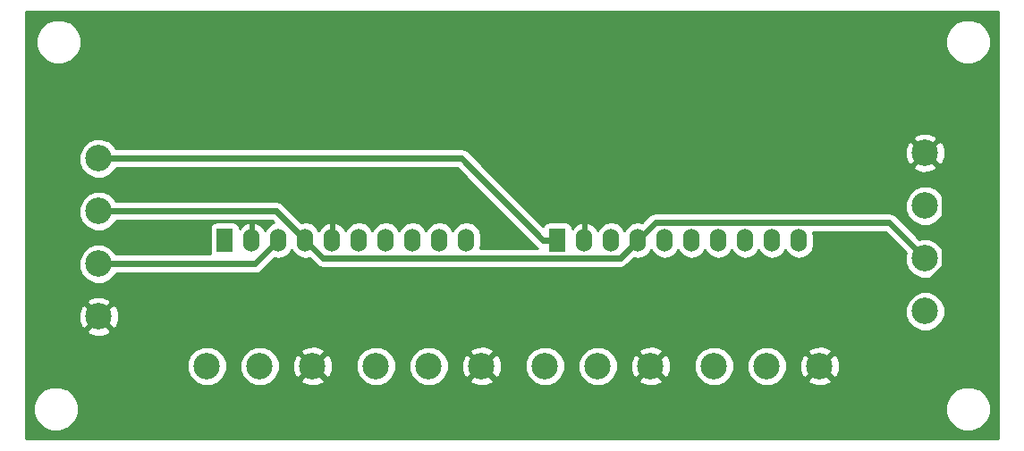
<source format=gbr>
G04 #@! TF.FileFunction,Copper,L1,Top,Signal*
%FSLAX46Y46*%
G04 Gerber Fmt 4.6, Leading zero omitted, Abs format (unit mm)*
G04 Created by KiCad (PCBNEW 4.0.6) date 08/21/17 11:10:51*
%MOMM*%
%LPD*%
G01*
G04 APERTURE LIST*
%ADD10C,0.100000*%
%ADD11C,2.500000*%
%ADD12R,1.524000X2.199640*%
%ADD13O,1.524000X2.199640*%
%ADD14C,0.600000*%
%ADD15C,0.254000*%
G04 APERTURE END LIST*
D10*
D11*
X158924000Y-103632000D03*
X148924000Y-103632000D03*
X153924000Y-103632000D03*
X174926000Y-103632000D03*
X164926000Y-103632000D03*
X169926000Y-103632000D03*
X190928000Y-103632000D03*
X180928000Y-103632000D03*
X185928000Y-103632000D03*
X206930000Y-103632000D03*
X196930000Y-103632000D03*
X201930000Y-103632000D03*
X138684000Y-98940000D03*
X138684000Y-93940000D03*
X138684000Y-83940000D03*
X138684000Y-88940000D03*
X216916000Y-83432000D03*
X216916000Y-88432000D03*
X216916000Y-98432000D03*
X216916000Y-93432000D03*
D12*
X150622000Y-91694000D03*
D13*
X153162000Y-91694000D03*
X155702000Y-91694000D03*
X158242000Y-91694000D03*
X160782000Y-91694000D03*
X163322000Y-91694000D03*
X165862000Y-91694000D03*
X168402000Y-91694000D03*
X170942000Y-91694000D03*
X173482000Y-91694000D03*
D12*
X182118000Y-91694000D03*
D13*
X184658000Y-91694000D03*
X187198000Y-91694000D03*
X189738000Y-91694000D03*
X192278000Y-91694000D03*
X194818000Y-91694000D03*
X197358000Y-91694000D03*
X199898000Y-91694000D03*
X202438000Y-91694000D03*
X204978000Y-91694000D03*
D14*
X218769500Y-85285500D02*
X216916000Y-83432000D01*
X218769500Y-94183600D02*
X218769500Y-85285500D01*
X217021100Y-95932000D02*
X218769500Y-94183600D01*
X214630000Y-95932000D02*
X217021100Y-95932000D01*
X206930000Y-103632000D02*
X214630000Y-95932000D01*
X173002000Y-83940000D02*
X138684000Y-83940000D01*
X180756000Y-91694000D02*
X173002000Y-83940000D01*
X182118000Y-91694000D02*
X180756000Y-91694000D01*
X153456000Y-93940000D02*
X138684000Y-93940000D01*
X155702000Y-91694000D02*
X153456000Y-93940000D01*
X155488000Y-88940000D02*
X138684000Y-88940000D01*
X158242000Y-91694000D02*
X155488000Y-88940000D01*
X191404500Y-90027500D02*
X189738000Y-91694000D01*
X213511500Y-90027500D02*
X191404500Y-90027500D01*
X216916000Y-93432000D02*
X213511500Y-90027500D01*
X159914100Y-93366100D02*
X158242000Y-91694000D01*
X188065900Y-93366100D02*
X159914100Y-93366100D01*
X189738000Y-91694000D02*
X188065900Y-93366100D01*
D15*
G36*
X223826000Y-110542000D02*
X131774000Y-110542000D01*
X131774000Y-108118815D01*
X132484630Y-108118815D01*
X132808980Y-108903800D01*
X133409041Y-109504909D01*
X134193459Y-109830628D01*
X135042815Y-109831370D01*
X135827800Y-109507020D01*
X136428909Y-108906959D01*
X136754628Y-108122541D01*
X136754631Y-108118815D01*
X218844630Y-108118815D01*
X219168980Y-108903800D01*
X219769041Y-109504909D01*
X220553459Y-109830628D01*
X221402815Y-109831370D01*
X222187800Y-109507020D01*
X222788909Y-108906959D01*
X223114628Y-108122541D01*
X223115370Y-107273185D01*
X222791020Y-106488200D01*
X222190959Y-105887091D01*
X221406541Y-105561372D01*
X220557185Y-105560630D01*
X219772200Y-105884980D01*
X219171091Y-106485041D01*
X218845372Y-107269459D01*
X218844630Y-108118815D01*
X136754631Y-108118815D01*
X136755370Y-107273185D01*
X136431020Y-106488200D01*
X135830959Y-105887091D01*
X135046541Y-105561372D01*
X134197185Y-105560630D01*
X133412200Y-105884980D01*
X132811091Y-106485041D01*
X132485372Y-107269459D01*
X132484630Y-108118815D01*
X131774000Y-108118815D01*
X131774000Y-104005305D01*
X147038674Y-104005305D01*
X147325043Y-104698372D01*
X147854839Y-105229093D01*
X148547405Y-105516672D01*
X149297305Y-105517326D01*
X149990372Y-105230957D01*
X150521093Y-104701161D01*
X150808672Y-104008595D01*
X150808674Y-104005305D01*
X152038674Y-104005305D01*
X152325043Y-104698372D01*
X152854839Y-105229093D01*
X153547405Y-105516672D01*
X154297305Y-105517326D01*
X154990372Y-105230957D01*
X155256472Y-104965320D01*
X157770285Y-104965320D01*
X157899533Y-105258123D01*
X158599806Y-105526388D01*
X159349435Y-105506250D01*
X159948467Y-105258123D01*
X160077715Y-104965320D01*
X158924000Y-103811605D01*
X157770285Y-104965320D01*
X155256472Y-104965320D01*
X155521093Y-104701161D01*
X155808672Y-104008595D01*
X155809283Y-103307806D01*
X157029612Y-103307806D01*
X157049750Y-104057435D01*
X157297877Y-104656467D01*
X157590680Y-104785715D01*
X158744395Y-103632000D01*
X159103605Y-103632000D01*
X160257320Y-104785715D01*
X160550123Y-104656467D01*
X160799574Y-104005305D01*
X163040674Y-104005305D01*
X163327043Y-104698372D01*
X163856839Y-105229093D01*
X164549405Y-105516672D01*
X165299305Y-105517326D01*
X165992372Y-105230957D01*
X166523093Y-104701161D01*
X166810672Y-104008595D01*
X166810674Y-104005305D01*
X168040674Y-104005305D01*
X168327043Y-104698372D01*
X168856839Y-105229093D01*
X169549405Y-105516672D01*
X170299305Y-105517326D01*
X170992372Y-105230957D01*
X171258472Y-104965320D01*
X173772285Y-104965320D01*
X173901533Y-105258123D01*
X174601806Y-105526388D01*
X175351435Y-105506250D01*
X175950467Y-105258123D01*
X176079715Y-104965320D01*
X174926000Y-103811605D01*
X173772285Y-104965320D01*
X171258472Y-104965320D01*
X171523093Y-104701161D01*
X171810672Y-104008595D01*
X171811283Y-103307806D01*
X173031612Y-103307806D01*
X173051750Y-104057435D01*
X173299877Y-104656467D01*
X173592680Y-104785715D01*
X174746395Y-103632000D01*
X175105605Y-103632000D01*
X176259320Y-104785715D01*
X176552123Y-104656467D01*
X176801574Y-104005305D01*
X179042674Y-104005305D01*
X179329043Y-104698372D01*
X179858839Y-105229093D01*
X180551405Y-105516672D01*
X181301305Y-105517326D01*
X181994372Y-105230957D01*
X182525093Y-104701161D01*
X182812672Y-104008595D01*
X182812674Y-104005305D01*
X184042674Y-104005305D01*
X184329043Y-104698372D01*
X184858839Y-105229093D01*
X185551405Y-105516672D01*
X186301305Y-105517326D01*
X186994372Y-105230957D01*
X187260472Y-104965320D01*
X189774285Y-104965320D01*
X189903533Y-105258123D01*
X190603806Y-105526388D01*
X191353435Y-105506250D01*
X191952467Y-105258123D01*
X192081715Y-104965320D01*
X190928000Y-103811605D01*
X189774285Y-104965320D01*
X187260472Y-104965320D01*
X187525093Y-104701161D01*
X187812672Y-104008595D01*
X187813283Y-103307806D01*
X189033612Y-103307806D01*
X189053750Y-104057435D01*
X189301877Y-104656467D01*
X189594680Y-104785715D01*
X190748395Y-103632000D01*
X191107605Y-103632000D01*
X192261320Y-104785715D01*
X192554123Y-104656467D01*
X192803574Y-104005305D01*
X195044674Y-104005305D01*
X195331043Y-104698372D01*
X195860839Y-105229093D01*
X196553405Y-105516672D01*
X197303305Y-105517326D01*
X197996372Y-105230957D01*
X198527093Y-104701161D01*
X198814672Y-104008595D01*
X198814674Y-104005305D01*
X200044674Y-104005305D01*
X200331043Y-104698372D01*
X200860839Y-105229093D01*
X201553405Y-105516672D01*
X202303305Y-105517326D01*
X202996372Y-105230957D01*
X203262472Y-104965320D01*
X205776285Y-104965320D01*
X205905533Y-105258123D01*
X206605806Y-105526388D01*
X207355435Y-105506250D01*
X207954467Y-105258123D01*
X208083715Y-104965320D01*
X206930000Y-103811605D01*
X205776285Y-104965320D01*
X203262472Y-104965320D01*
X203527093Y-104701161D01*
X203814672Y-104008595D01*
X203815283Y-103307806D01*
X205035612Y-103307806D01*
X205055750Y-104057435D01*
X205303877Y-104656467D01*
X205596680Y-104785715D01*
X206750395Y-103632000D01*
X207109605Y-103632000D01*
X208263320Y-104785715D01*
X208556123Y-104656467D01*
X208824388Y-103956194D01*
X208804250Y-103206565D01*
X208556123Y-102607533D01*
X208263320Y-102478285D01*
X207109605Y-103632000D01*
X206750395Y-103632000D01*
X205596680Y-102478285D01*
X205303877Y-102607533D01*
X205035612Y-103307806D01*
X203815283Y-103307806D01*
X203815326Y-103258695D01*
X203528957Y-102565628D01*
X203262475Y-102298680D01*
X205776285Y-102298680D01*
X206930000Y-103452395D01*
X208083715Y-102298680D01*
X207954467Y-102005877D01*
X207254194Y-101737612D01*
X206504565Y-101757750D01*
X205905533Y-102005877D01*
X205776285Y-102298680D01*
X203262475Y-102298680D01*
X202999161Y-102034907D01*
X202306595Y-101747328D01*
X201556695Y-101746674D01*
X200863628Y-102033043D01*
X200332907Y-102562839D01*
X200045328Y-103255405D01*
X200044674Y-104005305D01*
X198814674Y-104005305D01*
X198815326Y-103258695D01*
X198528957Y-102565628D01*
X197999161Y-102034907D01*
X197306595Y-101747328D01*
X196556695Y-101746674D01*
X195863628Y-102033043D01*
X195332907Y-102562839D01*
X195045328Y-103255405D01*
X195044674Y-104005305D01*
X192803574Y-104005305D01*
X192822388Y-103956194D01*
X192802250Y-103206565D01*
X192554123Y-102607533D01*
X192261320Y-102478285D01*
X191107605Y-103632000D01*
X190748395Y-103632000D01*
X189594680Y-102478285D01*
X189301877Y-102607533D01*
X189033612Y-103307806D01*
X187813283Y-103307806D01*
X187813326Y-103258695D01*
X187526957Y-102565628D01*
X187260475Y-102298680D01*
X189774285Y-102298680D01*
X190928000Y-103452395D01*
X192081715Y-102298680D01*
X191952467Y-102005877D01*
X191252194Y-101737612D01*
X190502565Y-101757750D01*
X189903533Y-102005877D01*
X189774285Y-102298680D01*
X187260475Y-102298680D01*
X186997161Y-102034907D01*
X186304595Y-101747328D01*
X185554695Y-101746674D01*
X184861628Y-102033043D01*
X184330907Y-102562839D01*
X184043328Y-103255405D01*
X184042674Y-104005305D01*
X182812674Y-104005305D01*
X182813326Y-103258695D01*
X182526957Y-102565628D01*
X181997161Y-102034907D01*
X181304595Y-101747328D01*
X180554695Y-101746674D01*
X179861628Y-102033043D01*
X179330907Y-102562839D01*
X179043328Y-103255405D01*
X179042674Y-104005305D01*
X176801574Y-104005305D01*
X176820388Y-103956194D01*
X176800250Y-103206565D01*
X176552123Y-102607533D01*
X176259320Y-102478285D01*
X175105605Y-103632000D01*
X174746395Y-103632000D01*
X173592680Y-102478285D01*
X173299877Y-102607533D01*
X173031612Y-103307806D01*
X171811283Y-103307806D01*
X171811326Y-103258695D01*
X171524957Y-102565628D01*
X171258475Y-102298680D01*
X173772285Y-102298680D01*
X174926000Y-103452395D01*
X176079715Y-102298680D01*
X175950467Y-102005877D01*
X175250194Y-101737612D01*
X174500565Y-101757750D01*
X173901533Y-102005877D01*
X173772285Y-102298680D01*
X171258475Y-102298680D01*
X170995161Y-102034907D01*
X170302595Y-101747328D01*
X169552695Y-101746674D01*
X168859628Y-102033043D01*
X168328907Y-102562839D01*
X168041328Y-103255405D01*
X168040674Y-104005305D01*
X166810674Y-104005305D01*
X166811326Y-103258695D01*
X166524957Y-102565628D01*
X165995161Y-102034907D01*
X165302595Y-101747328D01*
X164552695Y-101746674D01*
X163859628Y-102033043D01*
X163328907Y-102562839D01*
X163041328Y-103255405D01*
X163040674Y-104005305D01*
X160799574Y-104005305D01*
X160818388Y-103956194D01*
X160798250Y-103206565D01*
X160550123Y-102607533D01*
X160257320Y-102478285D01*
X159103605Y-103632000D01*
X158744395Y-103632000D01*
X157590680Y-102478285D01*
X157297877Y-102607533D01*
X157029612Y-103307806D01*
X155809283Y-103307806D01*
X155809326Y-103258695D01*
X155522957Y-102565628D01*
X155256475Y-102298680D01*
X157770285Y-102298680D01*
X158924000Y-103452395D01*
X160077715Y-102298680D01*
X159948467Y-102005877D01*
X159248194Y-101737612D01*
X158498565Y-101757750D01*
X157899533Y-102005877D01*
X157770285Y-102298680D01*
X155256475Y-102298680D01*
X154993161Y-102034907D01*
X154300595Y-101747328D01*
X153550695Y-101746674D01*
X152857628Y-102033043D01*
X152326907Y-102562839D01*
X152039328Y-103255405D01*
X152038674Y-104005305D01*
X150808674Y-104005305D01*
X150809326Y-103258695D01*
X150522957Y-102565628D01*
X149993161Y-102034907D01*
X149300595Y-101747328D01*
X148550695Y-101746674D01*
X147857628Y-102033043D01*
X147326907Y-102562839D01*
X147039328Y-103255405D01*
X147038674Y-104005305D01*
X131774000Y-104005305D01*
X131774000Y-100273320D01*
X137530285Y-100273320D01*
X137659533Y-100566123D01*
X138359806Y-100834388D01*
X139109435Y-100814250D01*
X139708467Y-100566123D01*
X139837715Y-100273320D01*
X138684000Y-99119605D01*
X137530285Y-100273320D01*
X131774000Y-100273320D01*
X131774000Y-98615806D01*
X136789612Y-98615806D01*
X136809750Y-99365435D01*
X137057877Y-99964467D01*
X137350680Y-100093715D01*
X138504395Y-98940000D01*
X138863605Y-98940000D01*
X140017320Y-100093715D01*
X140310123Y-99964467D01*
X140578388Y-99264194D01*
X140566061Y-98805305D01*
X215030674Y-98805305D01*
X215317043Y-99498372D01*
X215846839Y-100029093D01*
X216539405Y-100316672D01*
X217289305Y-100317326D01*
X217982372Y-100030957D01*
X218513093Y-99501161D01*
X218800672Y-98808595D01*
X218801326Y-98058695D01*
X218514957Y-97365628D01*
X217985161Y-96834907D01*
X217292595Y-96547328D01*
X216542695Y-96546674D01*
X215849628Y-96833043D01*
X215318907Y-97362839D01*
X215031328Y-98055405D01*
X215030674Y-98805305D01*
X140566061Y-98805305D01*
X140558250Y-98514565D01*
X140310123Y-97915533D01*
X140017320Y-97786285D01*
X138863605Y-98940000D01*
X138504395Y-98940000D01*
X137350680Y-97786285D01*
X137057877Y-97915533D01*
X136789612Y-98615806D01*
X131774000Y-98615806D01*
X131774000Y-97606680D01*
X137530285Y-97606680D01*
X138684000Y-98760395D01*
X139837715Y-97606680D01*
X139708467Y-97313877D01*
X139008194Y-97045612D01*
X138258565Y-97065750D01*
X137659533Y-97313877D01*
X137530285Y-97606680D01*
X131774000Y-97606680D01*
X131774000Y-84313305D01*
X136798674Y-84313305D01*
X137085043Y-85006372D01*
X137614839Y-85537093D01*
X138307405Y-85824672D01*
X139057305Y-85825326D01*
X139750372Y-85538957D01*
X140281093Y-85009161D01*
X140336802Y-84875000D01*
X172614710Y-84875000D01*
X180094855Y-92355145D01*
X180208530Y-92431100D01*
X174806339Y-92431100D01*
X174879000Y-92065807D01*
X174879000Y-91322193D01*
X174772660Y-90787584D01*
X174469828Y-90334365D01*
X174016609Y-90031533D01*
X173482000Y-89925193D01*
X172947391Y-90031533D01*
X172494172Y-90334365D01*
X172212000Y-90756664D01*
X171929828Y-90334365D01*
X171476609Y-90031533D01*
X170942000Y-89925193D01*
X170407391Y-90031533D01*
X169954172Y-90334365D01*
X169672000Y-90756664D01*
X169389828Y-90334365D01*
X168936609Y-90031533D01*
X168402000Y-89925193D01*
X167867391Y-90031533D01*
X167414172Y-90334365D01*
X167132000Y-90756664D01*
X166849828Y-90334365D01*
X166396609Y-90031533D01*
X165862000Y-89925193D01*
X165327391Y-90031533D01*
X164874172Y-90334365D01*
X164592000Y-90756664D01*
X164309828Y-90334365D01*
X163856609Y-90031533D01*
X163322000Y-89925193D01*
X162787391Y-90031533D01*
X162334172Y-90334365D01*
X162043353Y-90769606D01*
X162024059Y-90704239D01*
X161680026Y-90278550D01*
X161199277Y-90016920D01*
X161125070Y-90001960D01*
X160909000Y-90124460D01*
X160909000Y-91567000D01*
X160929000Y-91567000D01*
X160929000Y-91821000D01*
X160909000Y-91821000D01*
X160909000Y-91841000D01*
X160655000Y-91841000D01*
X160655000Y-91821000D01*
X160635000Y-91821000D01*
X160635000Y-91567000D01*
X160655000Y-91567000D01*
X160655000Y-90124460D01*
X160438930Y-90001960D01*
X160364723Y-90016920D01*
X159883974Y-90278550D01*
X159539941Y-90704239D01*
X159520647Y-90769606D01*
X159229828Y-90334365D01*
X158776609Y-90031533D01*
X158242000Y-89925193D01*
X157869565Y-89999275D01*
X156149145Y-88278855D01*
X155845809Y-88076173D01*
X155488000Y-88005000D01*
X140337239Y-88005000D01*
X140282957Y-87873628D01*
X139753161Y-87342907D01*
X139060595Y-87055328D01*
X138310695Y-87054674D01*
X137617628Y-87341043D01*
X137086907Y-87870839D01*
X136799328Y-88563405D01*
X136798674Y-89313305D01*
X137085043Y-90006372D01*
X137614839Y-90537093D01*
X138307405Y-90824672D01*
X139057305Y-90825326D01*
X139750372Y-90538957D01*
X140281093Y-90009161D01*
X140336802Y-89875000D01*
X155100710Y-89875000D01*
X155242336Y-90016626D01*
X155167391Y-90031533D01*
X154714172Y-90334365D01*
X154423353Y-90769606D01*
X154404059Y-90704239D01*
X154060026Y-90278550D01*
X153579277Y-90016920D01*
X153505070Y-90001960D01*
X153289000Y-90124460D01*
X153289000Y-91567000D01*
X153309000Y-91567000D01*
X153309000Y-91821000D01*
X153289000Y-91821000D01*
X153289000Y-91841000D01*
X153035000Y-91841000D01*
X153035000Y-91821000D01*
X153015000Y-91821000D01*
X153015000Y-91567000D01*
X153035000Y-91567000D01*
X153035000Y-90124460D01*
X152818930Y-90001960D01*
X152744723Y-90016920D01*
X152263974Y-90278550D01*
X152027181Y-90571546D01*
X151987162Y-90358863D01*
X151848090Y-90142739D01*
X151635890Y-89997749D01*
X151384000Y-89946740D01*
X149860000Y-89946740D01*
X149624683Y-89991018D01*
X149408559Y-90130090D01*
X149263569Y-90342290D01*
X149212560Y-90594180D01*
X149212560Y-92793820D01*
X149252296Y-93005000D01*
X140337239Y-93005000D01*
X140282957Y-92873628D01*
X139753161Y-92342907D01*
X139060595Y-92055328D01*
X138310695Y-92054674D01*
X137617628Y-92341043D01*
X137086907Y-92870839D01*
X136799328Y-93563405D01*
X136798674Y-94313305D01*
X137085043Y-95006372D01*
X137614839Y-95537093D01*
X138307405Y-95824672D01*
X139057305Y-95825326D01*
X139750372Y-95538957D01*
X140281093Y-95009161D01*
X140336802Y-94875000D01*
X153456000Y-94875000D01*
X153813809Y-94803827D01*
X154117145Y-94601145D01*
X155329565Y-93388725D01*
X155702000Y-93462807D01*
X156236609Y-93356467D01*
X156689828Y-93053635D01*
X156972000Y-92631336D01*
X157254172Y-93053635D01*
X157707391Y-93356467D01*
X158242000Y-93462807D01*
X158614436Y-93388725D01*
X159252953Y-94027242D01*
X159252955Y-94027245D01*
X159556291Y-94229927D01*
X159914100Y-94301100D01*
X188065900Y-94301100D01*
X188423709Y-94229927D01*
X188727045Y-94027245D01*
X188727046Y-94027244D01*
X189365564Y-93388725D01*
X189738000Y-93462807D01*
X190272609Y-93356467D01*
X190725828Y-93053635D01*
X191008000Y-92631336D01*
X191290172Y-93053635D01*
X191743391Y-93356467D01*
X192278000Y-93462807D01*
X192812609Y-93356467D01*
X193265828Y-93053635D01*
X193548000Y-92631336D01*
X193830172Y-93053635D01*
X194283391Y-93356467D01*
X194818000Y-93462807D01*
X195352609Y-93356467D01*
X195805828Y-93053635D01*
X196088000Y-92631336D01*
X196370172Y-93053635D01*
X196823391Y-93356467D01*
X197358000Y-93462807D01*
X197892609Y-93356467D01*
X198345828Y-93053635D01*
X198628000Y-92631336D01*
X198910172Y-93053635D01*
X199363391Y-93356467D01*
X199898000Y-93462807D01*
X200432609Y-93356467D01*
X200885828Y-93053635D01*
X201168000Y-92631336D01*
X201450172Y-93053635D01*
X201903391Y-93356467D01*
X202438000Y-93462807D01*
X202972609Y-93356467D01*
X203425828Y-93053635D01*
X203708000Y-92631336D01*
X203990172Y-93053635D01*
X204443391Y-93356467D01*
X204978000Y-93462807D01*
X205512609Y-93356467D01*
X205965828Y-93053635D01*
X206268660Y-92600416D01*
X206375000Y-92065807D01*
X206375000Y-91322193D01*
X206303453Y-90962500D01*
X213124210Y-90962500D01*
X215085839Y-92924129D01*
X215031328Y-93055405D01*
X215030674Y-93805305D01*
X215317043Y-94498372D01*
X215846839Y-95029093D01*
X216539405Y-95316672D01*
X217289305Y-95317326D01*
X217982372Y-95030957D01*
X218513093Y-94501161D01*
X218800672Y-93808595D01*
X218801326Y-93058695D01*
X218514957Y-92365628D01*
X217985161Y-91834907D01*
X217292595Y-91547328D01*
X216542695Y-91546674D01*
X216408438Y-91602148D01*
X214172645Y-89366355D01*
X213869309Y-89163673D01*
X213511500Y-89092500D01*
X191404500Y-89092500D01*
X191046691Y-89163673D01*
X190743355Y-89366355D01*
X190110435Y-89999275D01*
X189738000Y-89925193D01*
X189203391Y-90031533D01*
X188750172Y-90334365D01*
X188468000Y-90756664D01*
X188185828Y-90334365D01*
X187732609Y-90031533D01*
X187198000Y-89925193D01*
X186663391Y-90031533D01*
X186210172Y-90334365D01*
X185919353Y-90769606D01*
X185900059Y-90704239D01*
X185556026Y-90278550D01*
X185075277Y-90016920D01*
X185001070Y-90001960D01*
X184785000Y-90124460D01*
X184785000Y-91567000D01*
X184805000Y-91567000D01*
X184805000Y-91821000D01*
X184785000Y-91821000D01*
X184785000Y-91841000D01*
X184531000Y-91841000D01*
X184531000Y-91821000D01*
X184511000Y-91821000D01*
X184511000Y-91567000D01*
X184531000Y-91567000D01*
X184531000Y-90124460D01*
X184314930Y-90001960D01*
X184240723Y-90016920D01*
X183759974Y-90278550D01*
X183523181Y-90571546D01*
X183483162Y-90358863D01*
X183344090Y-90142739D01*
X183131890Y-89997749D01*
X182880000Y-89946740D01*
X181356000Y-89946740D01*
X181120683Y-89991018D01*
X180904559Y-90130090D01*
X180759569Y-90342290D01*
X180754014Y-90369724D01*
X179189595Y-88805305D01*
X215030674Y-88805305D01*
X215317043Y-89498372D01*
X215846839Y-90029093D01*
X216539405Y-90316672D01*
X217289305Y-90317326D01*
X217982372Y-90030957D01*
X218513093Y-89501161D01*
X218800672Y-88808595D01*
X218801326Y-88058695D01*
X218514957Y-87365628D01*
X217985161Y-86834907D01*
X217292595Y-86547328D01*
X216542695Y-86546674D01*
X215849628Y-86833043D01*
X215318907Y-87362839D01*
X215031328Y-88055405D01*
X215030674Y-88805305D01*
X179189595Y-88805305D01*
X175149610Y-84765320D01*
X215762285Y-84765320D01*
X215891533Y-85058123D01*
X216591806Y-85326388D01*
X217341435Y-85306250D01*
X217940467Y-85058123D01*
X218069715Y-84765320D01*
X216916000Y-83611605D01*
X215762285Y-84765320D01*
X175149610Y-84765320D01*
X173663145Y-83278855D01*
X173407152Y-83107806D01*
X215021612Y-83107806D01*
X215041750Y-83857435D01*
X215289877Y-84456467D01*
X215582680Y-84585715D01*
X216736395Y-83432000D01*
X217095605Y-83432000D01*
X218249320Y-84585715D01*
X218542123Y-84456467D01*
X218810388Y-83756194D01*
X218790250Y-83006565D01*
X218542123Y-82407533D01*
X218249320Y-82278285D01*
X217095605Y-83432000D01*
X216736395Y-83432000D01*
X215582680Y-82278285D01*
X215289877Y-82407533D01*
X215021612Y-83107806D01*
X173407152Y-83107806D01*
X173359809Y-83076173D01*
X173002000Y-83005000D01*
X140337239Y-83005000D01*
X140282957Y-82873628D01*
X139753161Y-82342907D01*
X139164999Y-82098680D01*
X215762285Y-82098680D01*
X216916000Y-83252395D01*
X218069715Y-82098680D01*
X217940467Y-81805877D01*
X217240194Y-81537612D01*
X216490565Y-81557750D01*
X215891533Y-81805877D01*
X215762285Y-82098680D01*
X139164999Y-82098680D01*
X139060595Y-82055328D01*
X138310695Y-82054674D01*
X137617628Y-82341043D01*
X137086907Y-82870839D01*
X136799328Y-83563405D01*
X136798674Y-84313305D01*
X131774000Y-84313305D01*
X131774000Y-73320815D01*
X132738630Y-73320815D01*
X133062980Y-74105800D01*
X133663041Y-74706909D01*
X134447459Y-75032628D01*
X135296815Y-75033370D01*
X136081800Y-74709020D01*
X136682909Y-74108959D01*
X137008628Y-73324541D01*
X137008631Y-73320815D01*
X218844630Y-73320815D01*
X219168980Y-74105800D01*
X219769041Y-74706909D01*
X220553459Y-75032628D01*
X221402815Y-75033370D01*
X222187800Y-74709020D01*
X222788909Y-74108959D01*
X223114628Y-73324541D01*
X223115370Y-72475185D01*
X222791020Y-71690200D01*
X222190959Y-71089091D01*
X221406541Y-70763372D01*
X220557185Y-70762630D01*
X219772200Y-71086980D01*
X219171091Y-71687041D01*
X218845372Y-72471459D01*
X218844630Y-73320815D01*
X137008631Y-73320815D01*
X137009370Y-72475185D01*
X136685020Y-71690200D01*
X136084959Y-71089091D01*
X135300541Y-70763372D01*
X134451185Y-70762630D01*
X133666200Y-71086980D01*
X133065091Y-71687041D01*
X132739372Y-72471459D01*
X132738630Y-73320815D01*
X131774000Y-73320815D01*
X131774000Y-70052000D01*
X223826000Y-70052000D01*
X223826000Y-110542000D01*
X223826000Y-110542000D01*
G37*
X223826000Y-110542000D02*
X131774000Y-110542000D01*
X131774000Y-108118815D01*
X132484630Y-108118815D01*
X132808980Y-108903800D01*
X133409041Y-109504909D01*
X134193459Y-109830628D01*
X135042815Y-109831370D01*
X135827800Y-109507020D01*
X136428909Y-108906959D01*
X136754628Y-108122541D01*
X136754631Y-108118815D01*
X218844630Y-108118815D01*
X219168980Y-108903800D01*
X219769041Y-109504909D01*
X220553459Y-109830628D01*
X221402815Y-109831370D01*
X222187800Y-109507020D01*
X222788909Y-108906959D01*
X223114628Y-108122541D01*
X223115370Y-107273185D01*
X222791020Y-106488200D01*
X222190959Y-105887091D01*
X221406541Y-105561372D01*
X220557185Y-105560630D01*
X219772200Y-105884980D01*
X219171091Y-106485041D01*
X218845372Y-107269459D01*
X218844630Y-108118815D01*
X136754631Y-108118815D01*
X136755370Y-107273185D01*
X136431020Y-106488200D01*
X135830959Y-105887091D01*
X135046541Y-105561372D01*
X134197185Y-105560630D01*
X133412200Y-105884980D01*
X132811091Y-106485041D01*
X132485372Y-107269459D01*
X132484630Y-108118815D01*
X131774000Y-108118815D01*
X131774000Y-104005305D01*
X147038674Y-104005305D01*
X147325043Y-104698372D01*
X147854839Y-105229093D01*
X148547405Y-105516672D01*
X149297305Y-105517326D01*
X149990372Y-105230957D01*
X150521093Y-104701161D01*
X150808672Y-104008595D01*
X150808674Y-104005305D01*
X152038674Y-104005305D01*
X152325043Y-104698372D01*
X152854839Y-105229093D01*
X153547405Y-105516672D01*
X154297305Y-105517326D01*
X154990372Y-105230957D01*
X155256472Y-104965320D01*
X157770285Y-104965320D01*
X157899533Y-105258123D01*
X158599806Y-105526388D01*
X159349435Y-105506250D01*
X159948467Y-105258123D01*
X160077715Y-104965320D01*
X158924000Y-103811605D01*
X157770285Y-104965320D01*
X155256472Y-104965320D01*
X155521093Y-104701161D01*
X155808672Y-104008595D01*
X155809283Y-103307806D01*
X157029612Y-103307806D01*
X157049750Y-104057435D01*
X157297877Y-104656467D01*
X157590680Y-104785715D01*
X158744395Y-103632000D01*
X159103605Y-103632000D01*
X160257320Y-104785715D01*
X160550123Y-104656467D01*
X160799574Y-104005305D01*
X163040674Y-104005305D01*
X163327043Y-104698372D01*
X163856839Y-105229093D01*
X164549405Y-105516672D01*
X165299305Y-105517326D01*
X165992372Y-105230957D01*
X166523093Y-104701161D01*
X166810672Y-104008595D01*
X166810674Y-104005305D01*
X168040674Y-104005305D01*
X168327043Y-104698372D01*
X168856839Y-105229093D01*
X169549405Y-105516672D01*
X170299305Y-105517326D01*
X170992372Y-105230957D01*
X171258472Y-104965320D01*
X173772285Y-104965320D01*
X173901533Y-105258123D01*
X174601806Y-105526388D01*
X175351435Y-105506250D01*
X175950467Y-105258123D01*
X176079715Y-104965320D01*
X174926000Y-103811605D01*
X173772285Y-104965320D01*
X171258472Y-104965320D01*
X171523093Y-104701161D01*
X171810672Y-104008595D01*
X171811283Y-103307806D01*
X173031612Y-103307806D01*
X173051750Y-104057435D01*
X173299877Y-104656467D01*
X173592680Y-104785715D01*
X174746395Y-103632000D01*
X175105605Y-103632000D01*
X176259320Y-104785715D01*
X176552123Y-104656467D01*
X176801574Y-104005305D01*
X179042674Y-104005305D01*
X179329043Y-104698372D01*
X179858839Y-105229093D01*
X180551405Y-105516672D01*
X181301305Y-105517326D01*
X181994372Y-105230957D01*
X182525093Y-104701161D01*
X182812672Y-104008595D01*
X182812674Y-104005305D01*
X184042674Y-104005305D01*
X184329043Y-104698372D01*
X184858839Y-105229093D01*
X185551405Y-105516672D01*
X186301305Y-105517326D01*
X186994372Y-105230957D01*
X187260472Y-104965320D01*
X189774285Y-104965320D01*
X189903533Y-105258123D01*
X190603806Y-105526388D01*
X191353435Y-105506250D01*
X191952467Y-105258123D01*
X192081715Y-104965320D01*
X190928000Y-103811605D01*
X189774285Y-104965320D01*
X187260472Y-104965320D01*
X187525093Y-104701161D01*
X187812672Y-104008595D01*
X187813283Y-103307806D01*
X189033612Y-103307806D01*
X189053750Y-104057435D01*
X189301877Y-104656467D01*
X189594680Y-104785715D01*
X190748395Y-103632000D01*
X191107605Y-103632000D01*
X192261320Y-104785715D01*
X192554123Y-104656467D01*
X192803574Y-104005305D01*
X195044674Y-104005305D01*
X195331043Y-104698372D01*
X195860839Y-105229093D01*
X196553405Y-105516672D01*
X197303305Y-105517326D01*
X197996372Y-105230957D01*
X198527093Y-104701161D01*
X198814672Y-104008595D01*
X198814674Y-104005305D01*
X200044674Y-104005305D01*
X200331043Y-104698372D01*
X200860839Y-105229093D01*
X201553405Y-105516672D01*
X202303305Y-105517326D01*
X202996372Y-105230957D01*
X203262472Y-104965320D01*
X205776285Y-104965320D01*
X205905533Y-105258123D01*
X206605806Y-105526388D01*
X207355435Y-105506250D01*
X207954467Y-105258123D01*
X208083715Y-104965320D01*
X206930000Y-103811605D01*
X205776285Y-104965320D01*
X203262472Y-104965320D01*
X203527093Y-104701161D01*
X203814672Y-104008595D01*
X203815283Y-103307806D01*
X205035612Y-103307806D01*
X205055750Y-104057435D01*
X205303877Y-104656467D01*
X205596680Y-104785715D01*
X206750395Y-103632000D01*
X207109605Y-103632000D01*
X208263320Y-104785715D01*
X208556123Y-104656467D01*
X208824388Y-103956194D01*
X208804250Y-103206565D01*
X208556123Y-102607533D01*
X208263320Y-102478285D01*
X207109605Y-103632000D01*
X206750395Y-103632000D01*
X205596680Y-102478285D01*
X205303877Y-102607533D01*
X205035612Y-103307806D01*
X203815283Y-103307806D01*
X203815326Y-103258695D01*
X203528957Y-102565628D01*
X203262475Y-102298680D01*
X205776285Y-102298680D01*
X206930000Y-103452395D01*
X208083715Y-102298680D01*
X207954467Y-102005877D01*
X207254194Y-101737612D01*
X206504565Y-101757750D01*
X205905533Y-102005877D01*
X205776285Y-102298680D01*
X203262475Y-102298680D01*
X202999161Y-102034907D01*
X202306595Y-101747328D01*
X201556695Y-101746674D01*
X200863628Y-102033043D01*
X200332907Y-102562839D01*
X200045328Y-103255405D01*
X200044674Y-104005305D01*
X198814674Y-104005305D01*
X198815326Y-103258695D01*
X198528957Y-102565628D01*
X197999161Y-102034907D01*
X197306595Y-101747328D01*
X196556695Y-101746674D01*
X195863628Y-102033043D01*
X195332907Y-102562839D01*
X195045328Y-103255405D01*
X195044674Y-104005305D01*
X192803574Y-104005305D01*
X192822388Y-103956194D01*
X192802250Y-103206565D01*
X192554123Y-102607533D01*
X192261320Y-102478285D01*
X191107605Y-103632000D01*
X190748395Y-103632000D01*
X189594680Y-102478285D01*
X189301877Y-102607533D01*
X189033612Y-103307806D01*
X187813283Y-103307806D01*
X187813326Y-103258695D01*
X187526957Y-102565628D01*
X187260475Y-102298680D01*
X189774285Y-102298680D01*
X190928000Y-103452395D01*
X192081715Y-102298680D01*
X191952467Y-102005877D01*
X191252194Y-101737612D01*
X190502565Y-101757750D01*
X189903533Y-102005877D01*
X189774285Y-102298680D01*
X187260475Y-102298680D01*
X186997161Y-102034907D01*
X186304595Y-101747328D01*
X185554695Y-101746674D01*
X184861628Y-102033043D01*
X184330907Y-102562839D01*
X184043328Y-103255405D01*
X184042674Y-104005305D01*
X182812674Y-104005305D01*
X182813326Y-103258695D01*
X182526957Y-102565628D01*
X181997161Y-102034907D01*
X181304595Y-101747328D01*
X180554695Y-101746674D01*
X179861628Y-102033043D01*
X179330907Y-102562839D01*
X179043328Y-103255405D01*
X179042674Y-104005305D01*
X176801574Y-104005305D01*
X176820388Y-103956194D01*
X176800250Y-103206565D01*
X176552123Y-102607533D01*
X176259320Y-102478285D01*
X175105605Y-103632000D01*
X174746395Y-103632000D01*
X173592680Y-102478285D01*
X173299877Y-102607533D01*
X173031612Y-103307806D01*
X171811283Y-103307806D01*
X171811326Y-103258695D01*
X171524957Y-102565628D01*
X171258475Y-102298680D01*
X173772285Y-102298680D01*
X174926000Y-103452395D01*
X176079715Y-102298680D01*
X175950467Y-102005877D01*
X175250194Y-101737612D01*
X174500565Y-101757750D01*
X173901533Y-102005877D01*
X173772285Y-102298680D01*
X171258475Y-102298680D01*
X170995161Y-102034907D01*
X170302595Y-101747328D01*
X169552695Y-101746674D01*
X168859628Y-102033043D01*
X168328907Y-102562839D01*
X168041328Y-103255405D01*
X168040674Y-104005305D01*
X166810674Y-104005305D01*
X166811326Y-103258695D01*
X166524957Y-102565628D01*
X165995161Y-102034907D01*
X165302595Y-101747328D01*
X164552695Y-101746674D01*
X163859628Y-102033043D01*
X163328907Y-102562839D01*
X163041328Y-103255405D01*
X163040674Y-104005305D01*
X160799574Y-104005305D01*
X160818388Y-103956194D01*
X160798250Y-103206565D01*
X160550123Y-102607533D01*
X160257320Y-102478285D01*
X159103605Y-103632000D01*
X158744395Y-103632000D01*
X157590680Y-102478285D01*
X157297877Y-102607533D01*
X157029612Y-103307806D01*
X155809283Y-103307806D01*
X155809326Y-103258695D01*
X155522957Y-102565628D01*
X155256475Y-102298680D01*
X157770285Y-102298680D01*
X158924000Y-103452395D01*
X160077715Y-102298680D01*
X159948467Y-102005877D01*
X159248194Y-101737612D01*
X158498565Y-101757750D01*
X157899533Y-102005877D01*
X157770285Y-102298680D01*
X155256475Y-102298680D01*
X154993161Y-102034907D01*
X154300595Y-101747328D01*
X153550695Y-101746674D01*
X152857628Y-102033043D01*
X152326907Y-102562839D01*
X152039328Y-103255405D01*
X152038674Y-104005305D01*
X150808674Y-104005305D01*
X150809326Y-103258695D01*
X150522957Y-102565628D01*
X149993161Y-102034907D01*
X149300595Y-101747328D01*
X148550695Y-101746674D01*
X147857628Y-102033043D01*
X147326907Y-102562839D01*
X147039328Y-103255405D01*
X147038674Y-104005305D01*
X131774000Y-104005305D01*
X131774000Y-100273320D01*
X137530285Y-100273320D01*
X137659533Y-100566123D01*
X138359806Y-100834388D01*
X139109435Y-100814250D01*
X139708467Y-100566123D01*
X139837715Y-100273320D01*
X138684000Y-99119605D01*
X137530285Y-100273320D01*
X131774000Y-100273320D01*
X131774000Y-98615806D01*
X136789612Y-98615806D01*
X136809750Y-99365435D01*
X137057877Y-99964467D01*
X137350680Y-100093715D01*
X138504395Y-98940000D01*
X138863605Y-98940000D01*
X140017320Y-100093715D01*
X140310123Y-99964467D01*
X140578388Y-99264194D01*
X140566061Y-98805305D01*
X215030674Y-98805305D01*
X215317043Y-99498372D01*
X215846839Y-100029093D01*
X216539405Y-100316672D01*
X217289305Y-100317326D01*
X217982372Y-100030957D01*
X218513093Y-99501161D01*
X218800672Y-98808595D01*
X218801326Y-98058695D01*
X218514957Y-97365628D01*
X217985161Y-96834907D01*
X217292595Y-96547328D01*
X216542695Y-96546674D01*
X215849628Y-96833043D01*
X215318907Y-97362839D01*
X215031328Y-98055405D01*
X215030674Y-98805305D01*
X140566061Y-98805305D01*
X140558250Y-98514565D01*
X140310123Y-97915533D01*
X140017320Y-97786285D01*
X138863605Y-98940000D01*
X138504395Y-98940000D01*
X137350680Y-97786285D01*
X137057877Y-97915533D01*
X136789612Y-98615806D01*
X131774000Y-98615806D01*
X131774000Y-97606680D01*
X137530285Y-97606680D01*
X138684000Y-98760395D01*
X139837715Y-97606680D01*
X139708467Y-97313877D01*
X139008194Y-97045612D01*
X138258565Y-97065750D01*
X137659533Y-97313877D01*
X137530285Y-97606680D01*
X131774000Y-97606680D01*
X131774000Y-84313305D01*
X136798674Y-84313305D01*
X137085043Y-85006372D01*
X137614839Y-85537093D01*
X138307405Y-85824672D01*
X139057305Y-85825326D01*
X139750372Y-85538957D01*
X140281093Y-85009161D01*
X140336802Y-84875000D01*
X172614710Y-84875000D01*
X180094855Y-92355145D01*
X180208530Y-92431100D01*
X174806339Y-92431100D01*
X174879000Y-92065807D01*
X174879000Y-91322193D01*
X174772660Y-90787584D01*
X174469828Y-90334365D01*
X174016609Y-90031533D01*
X173482000Y-89925193D01*
X172947391Y-90031533D01*
X172494172Y-90334365D01*
X172212000Y-90756664D01*
X171929828Y-90334365D01*
X171476609Y-90031533D01*
X170942000Y-89925193D01*
X170407391Y-90031533D01*
X169954172Y-90334365D01*
X169672000Y-90756664D01*
X169389828Y-90334365D01*
X168936609Y-90031533D01*
X168402000Y-89925193D01*
X167867391Y-90031533D01*
X167414172Y-90334365D01*
X167132000Y-90756664D01*
X166849828Y-90334365D01*
X166396609Y-90031533D01*
X165862000Y-89925193D01*
X165327391Y-90031533D01*
X164874172Y-90334365D01*
X164592000Y-90756664D01*
X164309828Y-90334365D01*
X163856609Y-90031533D01*
X163322000Y-89925193D01*
X162787391Y-90031533D01*
X162334172Y-90334365D01*
X162043353Y-90769606D01*
X162024059Y-90704239D01*
X161680026Y-90278550D01*
X161199277Y-90016920D01*
X161125070Y-90001960D01*
X160909000Y-90124460D01*
X160909000Y-91567000D01*
X160929000Y-91567000D01*
X160929000Y-91821000D01*
X160909000Y-91821000D01*
X160909000Y-91841000D01*
X160655000Y-91841000D01*
X160655000Y-91821000D01*
X160635000Y-91821000D01*
X160635000Y-91567000D01*
X160655000Y-91567000D01*
X160655000Y-90124460D01*
X160438930Y-90001960D01*
X160364723Y-90016920D01*
X159883974Y-90278550D01*
X159539941Y-90704239D01*
X159520647Y-90769606D01*
X159229828Y-90334365D01*
X158776609Y-90031533D01*
X158242000Y-89925193D01*
X157869565Y-89999275D01*
X156149145Y-88278855D01*
X155845809Y-88076173D01*
X155488000Y-88005000D01*
X140337239Y-88005000D01*
X140282957Y-87873628D01*
X139753161Y-87342907D01*
X139060595Y-87055328D01*
X138310695Y-87054674D01*
X137617628Y-87341043D01*
X137086907Y-87870839D01*
X136799328Y-88563405D01*
X136798674Y-89313305D01*
X137085043Y-90006372D01*
X137614839Y-90537093D01*
X138307405Y-90824672D01*
X139057305Y-90825326D01*
X139750372Y-90538957D01*
X140281093Y-90009161D01*
X140336802Y-89875000D01*
X155100710Y-89875000D01*
X155242336Y-90016626D01*
X155167391Y-90031533D01*
X154714172Y-90334365D01*
X154423353Y-90769606D01*
X154404059Y-90704239D01*
X154060026Y-90278550D01*
X153579277Y-90016920D01*
X153505070Y-90001960D01*
X153289000Y-90124460D01*
X153289000Y-91567000D01*
X153309000Y-91567000D01*
X153309000Y-91821000D01*
X153289000Y-91821000D01*
X153289000Y-91841000D01*
X153035000Y-91841000D01*
X153035000Y-91821000D01*
X153015000Y-91821000D01*
X153015000Y-91567000D01*
X153035000Y-91567000D01*
X153035000Y-90124460D01*
X152818930Y-90001960D01*
X152744723Y-90016920D01*
X152263974Y-90278550D01*
X152027181Y-90571546D01*
X151987162Y-90358863D01*
X151848090Y-90142739D01*
X151635890Y-89997749D01*
X151384000Y-89946740D01*
X149860000Y-89946740D01*
X149624683Y-89991018D01*
X149408559Y-90130090D01*
X149263569Y-90342290D01*
X149212560Y-90594180D01*
X149212560Y-92793820D01*
X149252296Y-93005000D01*
X140337239Y-93005000D01*
X140282957Y-92873628D01*
X139753161Y-92342907D01*
X139060595Y-92055328D01*
X138310695Y-92054674D01*
X137617628Y-92341043D01*
X137086907Y-92870839D01*
X136799328Y-93563405D01*
X136798674Y-94313305D01*
X137085043Y-95006372D01*
X137614839Y-95537093D01*
X138307405Y-95824672D01*
X139057305Y-95825326D01*
X139750372Y-95538957D01*
X140281093Y-95009161D01*
X140336802Y-94875000D01*
X153456000Y-94875000D01*
X153813809Y-94803827D01*
X154117145Y-94601145D01*
X155329565Y-93388725D01*
X155702000Y-93462807D01*
X156236609Y-93356467D01*
X156689828Y-93053635D01*
X156972000Y-92631336D01*
X157254172Y-93053635D01*
X157707391Y-93356467D01*
X158242000Y-93462807D01*
X158614436Y-93388725D01*
X159252953Y-94027242D01*
X159252955Y-94027245D01*
X159556291Y-94229927D01*
X159914100Y-94301100D01*
X188065900Y-94301100D01*
X188423709Y-94229927D01*
X188727045Y-94027245D01*
X188727046Y-94027244D01*
X189365564Y-93388725D01*
X189738000Y-93462807D01*
X190272609Y-93356467D01*
X190725828Y-93053635D01*
X191008000Y-92631336D01*
X191290172Y-93053635D01*
X191743391Y-93356467D01*
X192278000Y-93462807D01*
X192812609Y-93356467D01*
X193265828Y-93053635D01*
X193548000Y-92631336D01*
X193830172Y-93053635D01*
X194283391Y-93356467D01*
X194818000Y-93462807D01*
X195352609Y-93356467D01*
X195805828Y-93053635D01*
X196088000Y-92631336D01*
X196370172Y-93053635D01*
X196823391Y-93356467D01*
X197358000Y-93462807D01*
X197892609Y-93356467D01*
X198345828Y-93053635D01*
X198628000Y-92631336D01*
X198910172Y-93053635D01*
X199363391Y-93356467D01*
X199898000Y-93462807D01*
X200432609Y-93356467D01*
X200885828Y-93053635D01*
X201168000Y-92631336D01*
X201450172Y-93053635D01*
X201903391Y-93356467D01*
X202438000Y-93462807D01*
X202972609Y-93356467D01*
X203425828Y-93053635D01*
X203708000Y-92631336D01*
X203990172Y-93053635D01*
X204443391Y-93356467D01*
X204978000Y-93462807D01*
X205512609Y-93356467D01*
X205965828Y-93053635D01*
X206268660Y-92600416D01*
X206375000Y-92065807D01*
X206375000Y-91322193D01*
X206303453Y-90962500D01*
X213124210Y-90962500D01*
X215085839Y-92924129D01*
X215031328Y-93055405D01*
X215030674Y-93805305D01*
X215317043Y-94498372D01*
X215846839Y-95029093D01*
X216539405Y-95316672D01*
X217289305Y-95317326D01*
X217982372Y-95030957D01*
X218513093Y-94501161D01*
X218800672Y-93808595D01*
X218801326Y-93058695D01*
X218514957Y-92365628D01*
X217985161Y-91834907D01*
X217292595Y-91547328D01*
X216542695Y-91546674D01*
X216408438Y-91602148D01*
X214172645Y-89366355D01*
X213869309Y-89163673D01*
X213511500Y-89092500D01*
X191404500Y-89092500D01*
X191046691Y-89163673D01*
X190743355Y-89366355D01*
X190110435Y-89999275D01*
X189738000Y-89925193D01*
X189203391Y-90031533D01*
X188750172Y-90334365D01*
X188468000Y-90756664D01*
X188185828Y-90334365D01*
X187732609Y-90031533D01*
X187198000Y-89925193D01*
X186663391Y-90031533D01*
X186210172Y-90334365D01*
X185919353Y-90769606D01*
X185900059Y-90704239D01*
X185556026Y-90278550D01*
X185075277Y-90016920D01*
X185001070Y-90001960D01*
X184785000Y-90124460D01*
X184785000Y-91567000D01*
X184805000Y-91567000D01*
X184805000Y-91821000D01*
X184785000Y-91821000D01*
X184785000Y-91841000D01*
X184531000Y-91841000D01*
X184531000Y-91821000D01*
X184511000Y-91821000D01*
X184511000Y-91567000D01*
X184531000Y-91567000D01*
X184531000Y-90124460D01*
X184314930Y-90001960D01*
X184240723Y-90016920D01*
X183759974Y-90278550D01*
X183523181Y-90571546D01*
X183483162Y-90358863D01*
X183344090Y-90142739D01*
X183131890Y-89997749D01*
X182880000Y-89946740D01*
X181356000Y-89946740D01*
X181120683Y-89991018D01*
X180904559Y-90130090D01*
X180759569Y-90342290D01*
X180754014Y-90369724D01*
X179189595Y-88805305D01*
X215030674Y-88805305D01*
X215317043Y-89498372D01*
X215846839Y-90029093D01*
X216539405Y-90316672D01*
X217289305Y-90317326D01*
X217982372Y-90030957D01*
X218513093Y-89501161D01*
X218800672Y-88808595D01*
X218801326Y-88058695D01*
X218514957Y-87365628D01*
X217985161Y-86834907D01*
X217292595Y-86547328D01*
X216542695Y-86546674D01*
X215849628Y-86833043D01*
X215318907Y-87362839D01*
X215031328Y-88055405D01*
X215030674Y-88805305D01*
X179189595Y-88805305D01*
X175149610Y-84765320D01*
X215762285Y-84765320D01*
X215891533Y-85058123D01*
X216591806Y-85326388D01*
X217341435Y-85306250D01*
X217940467Y-85058123D01*
X218069715Y-84765320D01*
X216916000Y-83611605D01*
X215762285Y-84765320D01*
X175149610Y-84765320D01*
X173663145Y-83278855D01*
X173407152Y-83107806D01*
X215021612Y-83107806D01*
X215041750Y-83857435D01*
X215289877Y-84456467D01*
X215582680Y-84585715D01*
X216736395Y-83432000D01*
X217095605Y-83432000D01*
X218249320Y-84585715D01*
X218542123Y-84456467D01*
X218810388Y-83756194D01*
X218790250Y-83006565D01*
X218542123Y-82407533D01*
X218249320Y-82278285D01*
X217095605Y-83432000D01*
X216736395Y-83432000D01*
X215582680Y-82278285D01*
X215289877Y-82407533D01*
X215021612Y-83107806D01*
X173407152Y-83107806D01*
X173359809Y-83076173D01*
X173002000Y-83005000D01*
X140337239Y-83005000D01*
X140282957Y-82873628D01*
X139753161Y-82342907D01*
X139164999Y-82098680D01*
X215762285Y-82098680D01*
X216916000Y-83252395D01*
X218069715Y-82098680D01*
X217940467Y-81805877D01*
X217240194Y-81537612D01*
X216490565Y-81557750D01*
X215891533Y-81805877D01*
X215762285Y-82098680D01*
X139164999Y-82098680D01*
X139060595Y-82055328D01*
X138310695Y-82054674D01*
X137617628Y-82341043D01*
X137086907Y-82870839D01*
X136799328Y-83563405D01*
X136798674Y-84313305D01*
X131774000Y-84313305D01*
X131774000Y-73320815D01*
X132738630Y-73320815D01*
X133062980Y-74105800D01*
X133663041Y-74706909D01*
X134447459Y-75032628D01*
X135296815Y-75033370D01*
X136081800Y-74709020D01*
X136682909Y-74108959D01*
X137008628Y-73324541D01*
X137008631Y-73320815D01*
X218844630Y-73320815D01*
X219168980Y-74105800D01*
X219769041Y-74706909D01*
X220553459Y-75032628D01*
X221402815Y-75033370D01*
X222187800Y-74709020D01*
X222788909Y-74108959D01*
X223114628Y-73324541D01*
X223115370Y-72475185D01*
X222791020Y-71690200D01*
X222190959Y-71089091D01*
X221406541Y-70763372D01*
X220557185Y-70762630D01*
X219772200Y-71086980D01*
X219171091Y-71687041D01*
X218845372Y-72471459D01*
X218844630Y-73320815D01*
X137008631Y-73320815D01*
X137009370Y-72475185D01*
X136685020Y-71690200D01*
X136084959Y-71089091D01*
X135300541Y-70763372D01*
X134451185Y-70762630D01*
X133666200Y-71086980D01*
X133065091Y-71687041D01*
X132739372Y-72471459D01*
X132738630Y-73320815D01*
X131774000Y-73320815D01*
X131774000Y-70052000D01*
X223826000Y-70052000D01*
X223826000Y-110542000D01*
M02*

</source>
